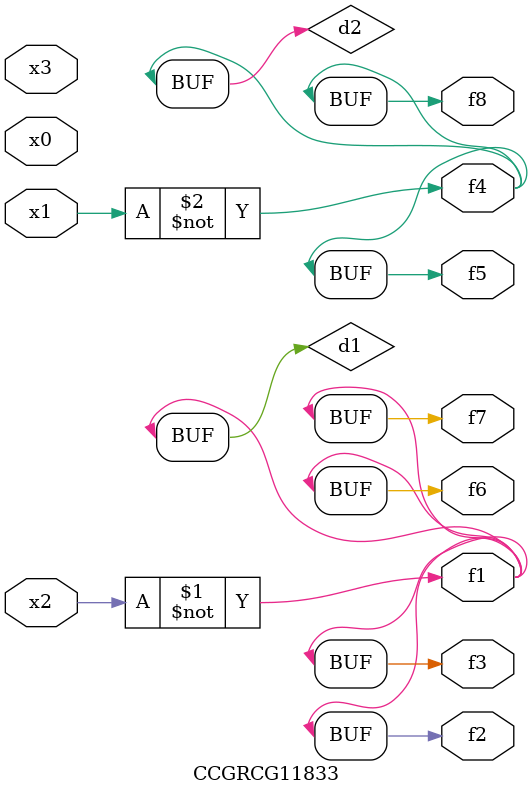
<source format=v>
module CCGRCG11833(
	input x0, x1, x2, x3,
	output f1, f2, f3, f4, f5, f6, f7, f8
);

	wire d1, d2;

	xnor (d1, x2);
	not (d2, x1);
	assign f1 = d1;
	assign f2 = d1;
	assign f3 = d1;
	assign f4 = d2;
	assign f5 = d2;
	assign f6 = d1;
	assign f7 = d1;
	assign f8 = d2;
endmodule

</source>
